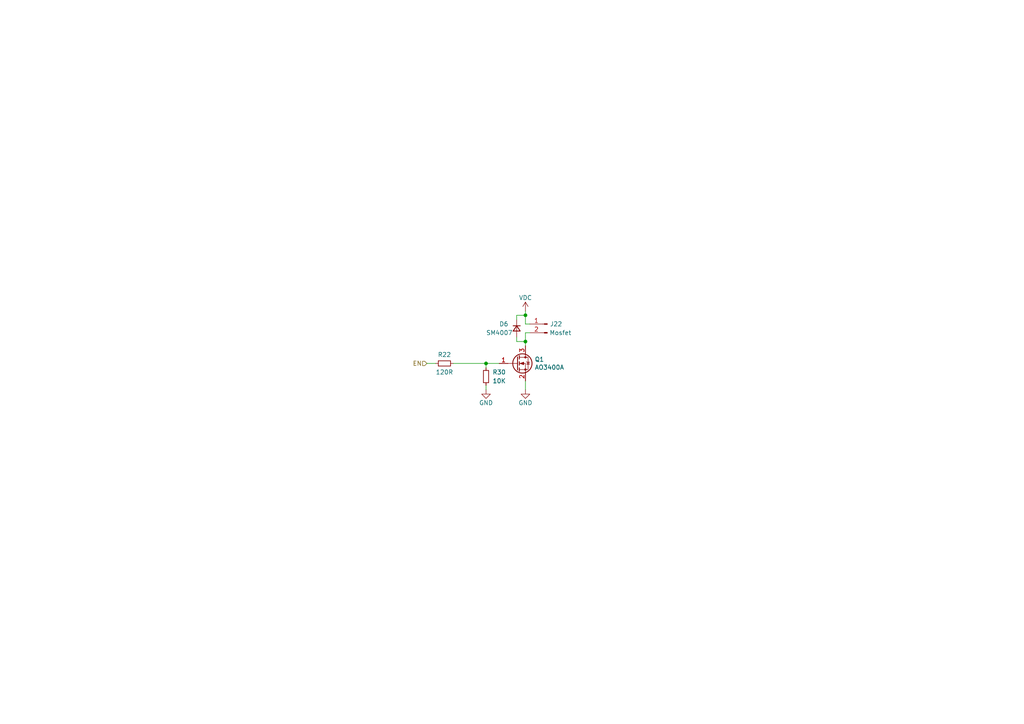
<source format=kicad_sch>
(kicad_sch (version 20211123) (generator eeschema)
  (paper "A4")
  (title_block (title "LumenPnP Motherboard") (date "2022-09-09") (rev "004A") (company "Opulo") (comment 1 "Reengineered by Magpie"))
  (lib_symbols
    (symbol "Connector:Conn_01x02_Male" (pin_names (offset 1.016) hide)
      (property "Reference" "J" (at 0 2.54 0))
      (property "Value" "Conn_01x02_Male" (at 0 -5.08 0))
      (symbol "Conn_01x02_Male_1_1"
        (polyline (pts (xy 1.27 -2.54) (xy 0.8636 -2.54)) (stroke (width 0.1524)))
        (polyline (pts (xy 1.27 0) (xy 0.8636 0)) (stroke (width 0.1524)))
        (rectangle (start 0.8636 -2.413) (end 0 -2.667) (stroke (width 0.1524)) (fill (type outline)))
        (rectangle (start 0.8636 0.127) (end 0 -0.127) (stroke (width 0.1524)) (fill (type outline)))
        (pin passive line (at 5.08 0 180) (length 3.81) (name "Pin_1") (number "1"))
        (pin passive line (at 5.08 -2.54 180) (length 3.81) (name "Pin_2") (number "2"))
      )
    )
    (symbol "Device:D_Small" (pin_numbers hide) (pin_names (offset 0.254) hide)
      (property "Reference" "D" (at -1.27 2.032 0))
      (property "Value" "D_Small" (at -3.81 -2.032 0))
      (symbol "D_Small_0_1"
        (polyline (pts (xy -0.762 -1.016) (xy -0.762 1.016)) (stroke (width 0.254)))
        (polyline (pts (xy -0.762 0) (xy 0.762 0)))
        (polyline (pts (xy 0.762 -1.016) (xy -0.762 0) (xy 0.762 1.016) (xy 0.762 -1.016)) (stroke (width 0.254)))
      )
      (symbol "D_Small_1_1"
        (pin passive line (at -2.54 0 0) (length 1.778) (name "K") (number "1"))
        (pin passive line (at 2.54 0 180) (length 1.778) (name "A") (number "2"))
      )
    )
    (symbol "Device:R_Small" (pin_numbers hide) (pin_names (offset 0.254) hide)
      (property "Reference" "R" (at 0.762 0.508 0))
      (property "Value" "R_Small" (at 0.762 -1.016 0))
      (symbol "R_Small_0_1"
        (rectangle (start -0.762 1.778) (end 0.762 -1.778) (stroke (width 0.2032)))
      )
      (symbol "R_Small_1_1"
        (pin passive line (at 0 2.54 270) (length 0.762) (name "~") (number "1"))
        (pin passive line (at 0 -2.54 90) (length 0.762) (name "~") (number "2"))
      )
    )
    (symbol "Transistor_FET:AO3400A" (pin_names hide)
      (property "Reference" "Q" (at 5.08 1.905 0))
      (property "Value" "AO3400A" (at 5.08 0 0))
      (symbol "AO3400A_0_1"
        (polyline (pts (xy 0.254 0) (xy -2.54 0)))
        (polyline (pts (xy 0.254 1.905) (xy 0.254 -1.905)) (stroke (width 0.254)))
        (polyline (pts (xy 0.762 -1.27) (xy 0.762 -2.286)) (stroke (width 0.254)))
        (polyline (pts (xy 0.762 0.508) (xy 0.762 -0.508)) (stroke (width 0.254)))
        (polyline (pts (xy 0.762 2.286) (xy 0.762 1.27)) (stroke (width 0.254)))
        (polyline (pts (xy 2.54 2.54) (xy 2.54 1.778)))
        (polyline (pts (xy 2.54 -2.54) (xy 2.54 0) (xy 0.762 0)))
        (polyline (pts (xy 0.762 -1.778) (xy 3.302 -1.778) (xy 3.302 1.778) (xy 0.762 1.778)))
        (polyline (pts (xy 1.016 0) (xy 2.032 0.381) (xy 2.032 -0.381) (xy 1.016 0)) (fill (type outline)))
        (polyline (pts (xy 2.794 0.508) (xy 2.921 0.381) (xy 3.683 0.381) (xy 3.81 0.254)))
        (polyline (pts (xy 3.302 0.381) (xy 2.921 -0.254) (xy 3.683 -0.254) (xy 3.302 0.381)))
        (circle (center 1.651 0) (radius 2.794) (stroke (width 0.254)))
        (circle (center 2.54 -1.778) (radius 0.254) (fill (type outline)))
        (circle (center 2.54 1.778) (radius 0.254) (fill (type outline)))
      )
      (symbol "AO3400A_1_1"
        (pin input line (at -5.08 0 0) (length 2.54) (name "G") (number "1"))
        (pin passive line (at 2.54 -5.08 90) (length 2.54) (name "S") (number "2"))
        (pin passive line (at 2.54 5.08 270) (length 2.54) (name "D") (number "3"))
      )
    )
    (symbol "power:GND" (power) (pin_names (offset 0))
      (property "Value" "GND" (at 0 -3.81 0))
      (symbol "GND_0_1"
        (polyline (pts (xy 0 0) (xy 0 -1.27) (xy 1.27 -1.27) (xy 0 -2.54) (xy -1.27 -1.27) (xy 0 -1.27)))
      )
      (symbol "GND_1_1"
        (pin power_in line (at 0 0 270) (length 0) hide (name "GND") (number "1"))
      )
    )
    (symbol "power:VDC" (power) (pin_names (offset 0))
      (property "Value" "VDC" (at 0 6.35 0))
      (symbol "VDC_0_1"
        (polyline (pts (xy -0.762 1.27) (xy 0 2.54)))
        (polyline (pts (xy 0 0) (xy 0 2.54)))
        (polyline (pts (xy 0 2.54) (xy 0.762 1.27)))
      )
      (symbol "VDC_1_1"
        (pin power_in line (at 0 0 90) (length 0) hide (name "VDC") (number "1"))
      )
    )
  )
  (junction (at 152.4 91.44))
  (junction (at 140.97 105.41))
  (junction (at 152.4 99.06))
  (wire (pts (xy 152.4 90.17) (xy 152.4 91.44)))
  (wire (pts (xy 140.97 105.41) (xy 144.78 105.41)))
  (wire (pts (xy 152.4 96.52) (xy 152.4 99.06)))
  (wire (pts (xy 152.4 99.06) (xy 152.4 100.33)))
  (wire (pts (xy 149.86 97.79) (xy 149.86 99.06)))
  (wire (pts (xy 149.86 99.06) (xy 152.4 99.06)))
  (wire (pts (xy 153.67 93.98) (xy 152.4 93.98)))
  (wire (pts (xy 149.86 92.71) (xy 149.86 91.44)))
  (wire (pts (xy 152.4 93.98) (xy 152.4 91.44)))
  (wire (pts (xy 152.4 110.49) (xy 152.4 113.03)))
  (wire (pts (xy 140.97 111.76) (xy 140.97 113.03)))
  (wire (pts (xy 153.67 96.52) (xy 152.4 96.52)))
  (wire (pts (xy 123.825 105.41) (xy 126.365 105.41)))
  (wire (pts (xy 140.97 106.68) (xy 140.97 105.41)))
  (wire (pts (xy 149.86 91.44) (xy 152.4 91.44)))
  (wire (pts (xy 131.445 105.41) (xy 140.97 105.41)))
  (hierarchical_label "EN" (shape input) (at 123.825 105.41 180))
  (symbol (lib_id "Connector:Conn_01x02_Male") (at 158.75 93.98 0) (mirror y) (unit 1)
    (property "Reference" "J22" (at 161.29 93.98 0))
    (property "Value" "Mosfet" (at 162.56 96.52 0))
    (property "Footprint" "Connector_JST:JST_XH_B2B-XH-A_1x02_P2.50mm_Vertical" (effects hide))
    (property "JLCPCB" "C20079" (effects hide))
    (property "LCSC" "C20079" (effects hide))
    (property "Digikey" "455-2247-ND" (effects hide))
  )
  (symbol (lib_id "Transistor_FET:AO3400A") (at 149.86 105.41 0) (unit 1)
    (property "Reference" "Q1" (at 155.067 104.2416 0) (effects (justify left)))
    (property "Value" "AO3400A" (at 155.067 106.553 0) (effects (justify left)))
    (property "Footprint" "Package_TO_SOT_SMD:SOT-23" (effects hide))
    (property "Datasheet" "http://www.aosmd.com/pdfs/datasheet/AO3400A.pdf" (effects hide))
    (property "Mouser" "942-IRLML6344TRPBF" (effects hide))
    (property "LCSC" "C427382" (effects hide))
    (property "JLCPCB" "C332101" (effects hide))
    (property "Digikey" "IRLML6344TRPBFCT-ND" (effects hide))
  )
  (symbol (lib_id "power:GND") (at 152.4 113.03 0) (mirror y) (unit 1)
    (property "Reference" "#PWR0188" (effects hide))
    (property "Value" "GND" (at 152.4 116.84 0))
  )
  (symbol (lib_id "Device:R_Small") (at 140.97 109.22 180) (unit 1)
    (property "Reference" "R30" (at 144.78 107.95 0))
    (property "Value" "10K" (at 144.78 110.49 0))
    (property "Footprint" "Resistor_SMD:R_0805_2012Metric" (effects hide))
    (property "Datasheet" "https://www.vishay.com/docs/20035/dcrcwe3.pdf" (effects hide))
    (property "JLCPCB" "C4360" (effects hide))
    (property "LCSC" "C139879" (effects hide))
    (property "Digikey" "541-36.0KCCT-ND" (effects hide))
    (property "Mouser" "71-CRCW080536K0FKEA" (effects hide))
  )
  (symbol (lib_id "Device:D_Small") (at 149.86 95.25 270) (unit 1)
    (property "Reference" "D6" (at 144.78 93.98 90) (effects (justify left)))
    (property "Value" "SM4007" (at 140.97 96.52 90) (effects (justify left)))
    (property "Footprint" "Diode_SMD:D_SOD-123F" (effects hide))
    (property "Datasheet" "http://cdn-reichelt.de/documents/datenblatt/A400/SMD1N400%23DIO.pdf" (effects hide))
    (property "JLCPCB" "C64898" (effects hide))
    (property "LCSC" "C64898" (effects hide))
    (property "Digikey" "SM4007PL-TPMSCT-ND" (effects hide))
    (property "Mouser" "833-SM4007PL-TP" (effects hide))
  )
  (symbol (lib_id "power:VDC") (at 152.4 90.17 0) (unit 1)
    (property "Reference" "#PWR0187" (effects hide))
    (property "Value" "VDC" (at 152.4 86.36 0))
  )
  (symbol (lib_id "power:GND") (at 140.97 113.03 0) (unit 1)
    (property "Reference" "#PWR0106" (effects hide))
    (property "Value" "GND" (at 140.97 116.84 0))
  )
  (symbol (lib_id "Device:R_Small") (at 128.905 105.41 270) (unit 1)
    (property "Reference" "R22" (at 128.905 102.87 90))
    (property "Value" "120R" (at 128.905 107.95 90))
    (property "Footprint" "Resistor_SMD:R_0805_2012Metric" (effects hide))
    (property "Datasheet" "https://www.vishay.com/docs/20035/dcrcwe3.pdf" (effects hide))
    (property "JLCPCB" "C4360" (effects hide))
    (property "LCSC" "C139879" (effects hide))
    (property "Digikey" "541-36.0KCCT-ND" (effects hide))
    (property "Mouser" "71-CRCW080536K0FKEA" (effects hide))
  )
)
</source>
